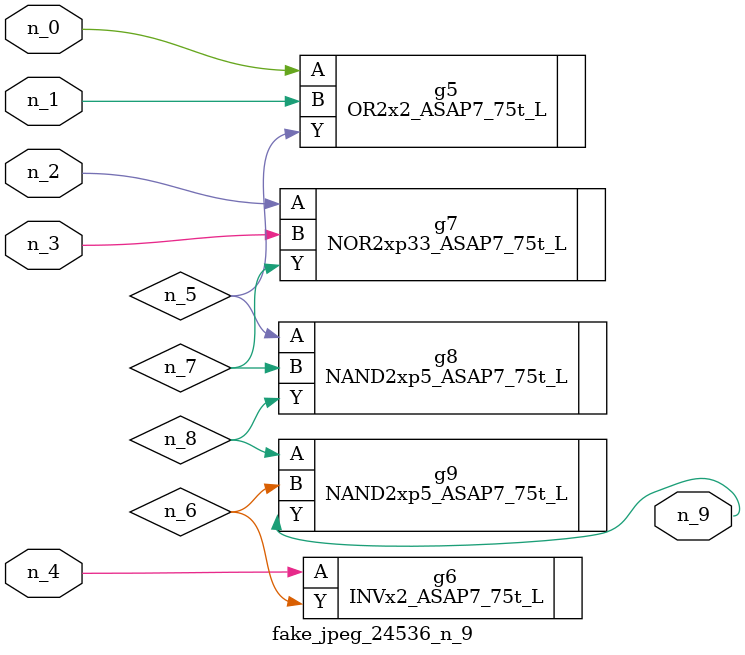
<source format=v>
module fake_jpeg_24536_n_9 (n_3, n_2, n_1, n_0, n_4, n_9);

input n_3;
input n_2;
input n_1;
input n_0;
input n_4;

output n_9;

wire n_8;
wire n_6;
wire n_5;
wire n_7;

OR2x2_ASAP7_75t_L g5 ( 
.A(n_0),
.B(n_1),
.Y(n_5)
);

INVx2_ASAP7_75t_L g6 ( 
.A(n_4),
.Y(n_6)
);

NOR2xp33_ASAP7_75t_L g7 ( 
.A(n_2),
.B(n_3),
.Y(n_7)
);

NAND2xp5_ASAP7_75t_L g8 ( 
.A(n_5),
.B(n_7),
.Y(n_8)
);

NAND2xp5_ASAP7_75t_L g9 ( 
.A(n_8),
.B(n_6),
.Y(n_9)
);


endmodule
</source>
